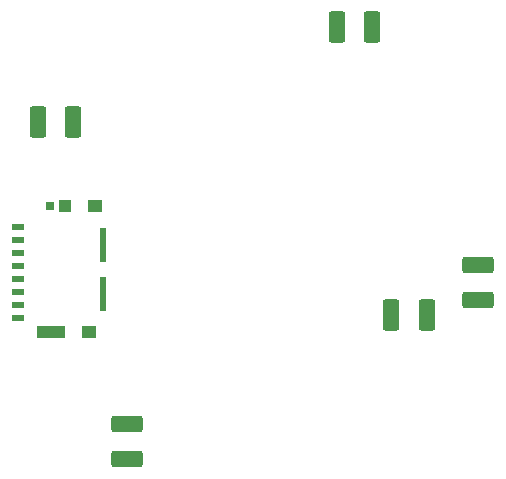
<source format=gbr>
%TF.GenerationSoftware,KiCad,Pcbnew,(6.0.2)*%
%TF.CreationDate,2022-04-05T12:16:13-06:00*%
%TF.ProjectId,Centronics50_F4Lite_THTV1,43656e74-726f-46e6-9963-7335305f4634,rev?*%
%TF.SameCoordinates,Original*%
%TF.FileFunction,Paste,Bot*%
%TF.FilePolarity,Positive*%
%FSLAX46Y46*%
G04 Gerber Fmt 4.6, Leading zero omitted, Abs format (unit mm)*
G04 Created by KiCad (PCBNEW (6.0.2)) date 2022-04-05 12:16:13*
%MOMM*%
%LPD*%
G01*
G04 APERTURE LIST*
G04 Aperture macros list*
%AMRoundRect*
0 Rectangle with rounded corners*
0 $1 Rounding radius*
0 $2 $3 $4 $5 $6 $7 $8 $9 X,Y pos of 4 corners*
0 Add a 4 corners polygon primitive as box body*
4,1,4,$2,$3,$4,$5,$6,$7,$8,$9,$2,$3,0*
0 Add four circle primitives for the rounded corners*
1,1,$1+$1,$2,$3*
1,1,$1+$1,$4,$5*
1,1,$1+$1,$6,$7*
1,1,$1+$1,$8,$9*
0 Add four rect primitives between the rounded corners*
20,1,$1+$1,$2,$3,$4,$5,0*
20,1,$1+$1,$4,$5,$6,$7,0*
20,1,$1+$1,$6,$7,$8,$9,0*
20,1,$1+$1,$8,$9,$2,$3,0*%
G04 Aperture macros list end*
%ADD10RoundRect,0.250001X1.074999X-0.462499X1.074999X0.462499X-1.074999X0.462499X-1.074999X-0.462499X0*%
%ADD11RoundRect,0.250001X0.462499X1.074999X-0.462499X1.074999X-0.462499X-1.074999X0.462499X-1.074999X0*%
%ADD12RoundRect,0.250001X-1.074999X0.462499X-1.074999X-0.462499X1.074999X-0.462499X1.074999X0.462499X0*%
%ADD13RoundRect,0.250001X-0.462499X-1.074999X0.462499X-1.074999X0.462499X1.074999X-0.462499X1.074999X0*%
%ADD14R,1.000000X0.500000*%
%ADD15R,0.780000X0.720000*%
%ADD16R,1.080000X1.050000*%
%ADD17R,1.200000X1.050000*%
%ADD18R,2.390000X1.050000*%
%ADD19R,0.550000X2.910000*%
G04 APERTURE END LIST*
D10*
%TO.C,C5*%
X116931440Y-78569160D03*
X116931440Y-81544160D03*
%TD*%
D11*
%TO.C,C4*%
X109389520Y-52971700D03*
X112364520Y-52971700D03*
%TD*%
D12*
%TO.C,C1*%
X146696334Y-68096142D03*
X146696334Y-65121142D03*
%TD*%
D13*
%TO.C,C3*%
X137708640Y-44937680D03*
X134733640Y-44937680D03*
%TD*%
%TO.C,C2*%
X142305335Y-69302643D03*
X139330335Y-69302643D03*
%TD*%
D14*
%TO.C,J5*%
X107708573Y-61893602D03*
X107708573Y-62993602D03*
X107708573Y-64093602D03*
X107708573Y-65193602D03*
X107708573Y-66293602D03*
X107708573Y-67393602D03*
X107708573Y-68493602D03*
X107708573Y-69593602D03*
D15*
X110388573Y-60133602D03*
D16*
X111658573Y-60133602D03*
D17*
X114268573Y-60123602D03*
X113698573Y-70768602D03*
D18*
X110513573Y-70768602D03*
D19*
X114943573Y-67588602D03*
X114943573Y-63398602D03*
%TD*%
M02*

</source>
